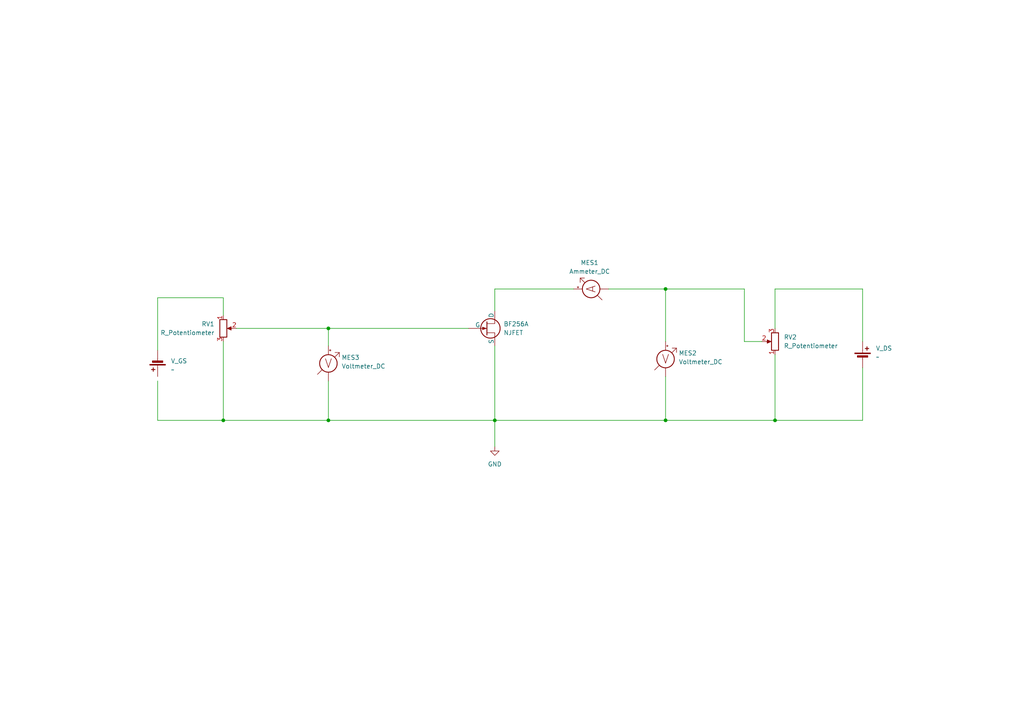
<source format=kicad_sch>
(kicad_sch (version 20250114) (generator "eeschema") (generator_version "9.0")
  (paper "A4")
  (title_block (title "Common-Source JFET Output Measurement (Mainak Roy)\n") (date "2025-05-12") (rev "1.0") (company "Universität Siegen"))
  (lib_symbols
    (symbol "Device:Ammeter_DC" (pin_numbers (hide yes)) (pin_names (offset 0.0254) (hide yes))
      (property "Reference" "MES" (at -3.302 1.016 0))
      (property "Value" "Ammeter_DC" (at -3.302 -0.762 0))
      (symbol "Ammeter_DC_0_0"
        (polyline (pts (xy -3.175 -3.175) (xy -1.905 -1.905)))
        (polyline (pts (xy 1.905 3.175) (xy 3.175 3.175) (xy 3.175 1.905)))
        (polyline (pts (xy 1.905 1.905) (xy 3.175 3.175)))
        (text "A" (at 0 0 0) (effects (font (size 2.54 2.54))))
      )
      (symbol "Ammeter_DC_0_1"
        (circle (center 0 0) (radius 2.54) (stroke (width 0.254)))
        (polyline (pts (xy 0.254 3.81) (xy 0.762 3.81)))
        (polyline (pts (xy 0.508 4.064) (xy 0.508 3.556)))
      )
      (symbol "Ammeter_DC_1_1"
        (pin passive line (at 0 5.08 270) (length 2.54) (name "+") (number "2"))
        (pin passive line (at 0 -5.08 90) (length 2.54) (name "-") (number "1"))
      )
    )
    (symbol "Device:Battery_Cell" (pin_numbers (hide yes)) (pin_names (offset 0) (hide yes))
      (property "Reference" "BT" (at 2.54 2.54 0))
      (property "Value" "Battery_Cell" (at 2.54 0 0))
      (symbol "Battery_Cell_0_1"
        (rectangle (start -2.286 1.778) (end 2.286 1.524) (fill (type outline)))
        (rectangle (start -1.524 1.016) (end 1.524 0.508) (fill (type outline)))
        (polyline (pts (xy 0 1.778) (xy 0 2.54)))
        (polyline (pts (xy 0 0.762) (xy 0 0)))
        (polyline (pts (xy 0.762 3.048) (xy 1.778 3.048)) (stroke (width 0.254)))
        (polyline (pts (xy 1.27 3.556) (xy 1.27 2.54)) (stroke (width 0.254)))
      )
      (symbol "Battery_Cell_1_1"
        (pin passive line (at 0 5.08 270) (length 2.54) (name "+") (number "1"))
        (pin passive line (at 0 -2.54 90) (length 2.54) (name "-") (number "2"))
      )
    )
    (symbol "Device:R_Potentiometer" (pin_names (offset 1.016) (hide yes))
      (property "Reference" "RV" (at -4.445 0 90))
      (property "Value" "R_Potentiometer" (at -2.54 0 90))
      (symbol "R_Potentiometer_0_1"
        (rectangle (start 1.016 2.54) (end -1.016 -2.54) (stroke (width 0.254)))
        (polyline (pts (xy 1.143 0) (xy 2.286 0.508) (xy 2.286 -0.508) (xy 1.143 0)) (fill (type outline)))
        (polyline (pts (xy 2.54 0) (xy 1.524 0)))
      )
      (symbol "R_Potentiometer_1_1"
        (pin passive line (at 0 3.81 270) (length 1.27) (name "1") (number "1"))
        (pin passive line (at 0 -3.81 90) (length 1.27) (name "3") (number "3"))
        (pin passive line (at 3.81 0 180) (length 1.27) (name "2") (number "2"))
      )
    )
    (symbol "Device:Voltmeter_DC" (pin_numbers (hide yes)) (pin_names (offset 0.0254) (hide yes))
      (property "Reference" "MES" (at -3.302 1.016 0))
      (property "Value" "Voltmeter_DC" (at -3.302 -0.762 0))
      (symbol "Voltmeter_DC_0_0"
        (polyline (pts (xy -3.175 -3.175) (xy -1.905 -1.905)))
        (polyline (pts (xy 1.905 3.175) (xy 3.175 3.175) (xy 3.175 1.905)))
        (polyline (pts (xy 1.905 1.905) (xy 3.175 3.175)))
        (text "V" (at 0 0 0) (effects (font (size 2.54 2.54))))
      )
      (symbol "Voltmeter_DC_0_1"
        (circle (center 0 0) (radius 2.54) (stroke (width 0.254)))
        (polyline (pts (xy 0.254 3.81) (xy 0.762 3.81)))
        (polyline (pts (xy 0.508 4.064) (xy 0.508 3.556)))
      )
      (symbol "Voltmeter_DC_1_1"
        (pin passive line (at 0 5.08 270) (length 2.54) (name "+") (number "2"))
        (pin passive line (at 0 -5.08 90) (length 2.54) (name "-") (number "1"))
      )
    )
    (symbol "Simulation_SPICE:NJFET" (pin_numbers (hide yes)) (pin_names (offset 0))
      (property "Reference" "Q" (at 5.08 1.27 0))
      (property "Value" "NJFET" (at 5.08 -1.27 0))
      (symbol "NJFET_0_1"
        (polyline (pts (xy 0 0) (xy -1.016 0.381) (xy -1.016 -0.381) (xy 0 0)) (fill (type outline)))
        (polyline (pts (xy 0.254 1.905) (xy 0.254 -1.905) (xy 0.254 -1.905)) (stroke (width 0.254)))
        (circle (center 1.27 0) (radius 2.8194) (stroke (width 0.254)))
        (polyline (pts (xy 2.54 2.54) (xy 2.54 1.397) (xy 0.254 1.397)))
        (polyline (pts (xy 2.54 -2.54) (xy 2.54 -1.27) (xy 0.254 -1.27)))
      )
      (symbol "NJFET_1_1"
        (pin input line (at -5.08 0 0) (length 5.334) (name "G") (number "2"))
        (pin passive line (at 2.54 5.08 270) (length 2.54) (name "D") (number "1"))
        (pin passive line (at 2.54 -5.08 90) (length 2.54) (name "S") (number "3"))
      )
    )
    (symbol "power:GND" (power) (pin_numbers (hide yes)) (pin_names (offset 0) (hide yes))
      (property "Value" "GND" (at 0 -3.81 0))
      (symbol "GND_0_1"
        (polyline (pts (xy 0 0) (xy 0 -1.27) (xy 1.27 -1.27) (xy 0 -2.54) (xy -1.27 -1.27) (xy 0 -1.27)))
      )
      (symbol "GND_1_1"
        (pin power_in line (at 0 0 270) (length 0) (name "~") (number "1"))
      )
    )
  )
  (junction (at 193.04 121.92))
  (junction (at 64.77 121.92))
  (junction (at 224.79 121.92))
  (junction (at 193.04 83.82))
  (junction (at 143.51 121.92))
  (junction (at 95.25 95.25))
  (junction (at 95.25 121.92))
  (wire (pts (xy 64.77 121.92) (xy 95.25 121.92)))
  (wire (pts (xy 193.04 109.22) (xy 193.04 121.92)))
  (wire (pts (xy 193.04 121.92) (xy 224.79 121.92)))
  (wire (pts (xy 45.72 101.6) (xy 45.72 86.36)))
  (wire (pts (xy 64.77 99.06) (xy 64.77 121.92)))
  (wire (pts (xy 95.25 121.92) (xy 95.25 110.49)))
  (wire (pts (xy 224.79 95.25) (xy 224.79 83.82)))
  (wire (pts (xy 193.04 83.82) (xy 193.04 99.06)))
  (wire (pts (xy 224.79 83.82) (xy 250.19 83.82)))
  (wire (pts (xy 45.72 110.49) (xy 45.72 121.92)))
  (wire (pts (xy 215.9 83.82) (xy 215.9 99.06)))
  (wire (pts (xy 143.51 100.33) (xy 143.51 121.92)))
  (wire (pts (xy 143.51 121.92) (xy 143.51 129.54)))
  (wire (pts (xy 95.25 121.92) (xy 143.51 121.92)))
  (wire (pts (xy 95.25 95.25) (xy 135.89 95.25)))
  (wire (pts (xy 224.79 102.87) (xy 224.79 121.92)))
  (wire (pts (xy 64.77 86.36) (xy 64.77 91.44)))
  (wire (pts (xy 45.72 86.36) (xy 64.77 86.36)))
  (wire (pts (xy 143.51 121.92) (xy 193.04 121.92)))
  (wire (pts (xy 193.04 83.82) (xy 215.9 83.82)))
  (wire (pts (xy 215.9 99.06) (xy 220.98 99.06)))
  (wire (pts (xy 224.79 121.92) (xy 250.19 121.92)))
  (wire (pts (xy 45.72 121.92) (xy 64.77 121.92)))
  (wire (pts (xy 250.19 121.92) (xy 250.19 106.68)))
  (wire (pts (xy 176.53 83.82) (xy 193.04 83.82)))
  (wire (pts (xy 95.25 95.25) (xy 95.25 100.33)))
  (wire (pts (xy 143.51 90.17) (xy 143.51 83.82)))
  (wire (pts (xy 68.58 95.25) (xy 95.25 95.25)))
  (wire (pts (xy 250.19 83.82) (xy 250.19 99.06)))
  (wire (pts (xy 143.51 83.82) (xy 166.37 83.82)))
  (symbol (lib_id "Device:R_Potentiometer") (at 64.77 95.25 0) (unit 1)
    (property "Reference" "RV1" (at 62.23 93.9799 0) (effects (justify right)))
    (property "Value" "R_Potentiometer" (at 62.23 96.5199 0) (effects (justify right)))
    (property "Description" "Potentiometer" (effects (hide yes)))
  )
  (symbol (lib_id "power:GND") (at 143.51 129.54 0) (unit 1)
    (property "Reference" "#PWR01" (effects (hide yes)))
    (property "Value" "GND" (at 143.51 134.62 0))
    (property "Description" "Power symbol creates a global label with name \"GND\" , ground" (effects (hide yes)))
  )
  (symbol (lib_id "Device:Battery_Cell") (at 45.72 104.14 180) (unit 1)
    (property "Reference" "V_GS" (at 49.53 104.7114 0) (effects (justify right)))
    (property "Value" "~" (at 49.53 107.2514 0) (effects (justify right)))
    (property "Description" "Single-cell battery" (effects (hide yes)))
  )
  (symbol (lib_id "Device:Ammeter_DC") (at 171.45 83.82 90) (unit 1)
    (property "Reference" "MES1" (at 171.0055 76.2 90))
    (property "Value" "Ammeter_DC" (at 171.0055 78.74 90))
    (property "Description" "DC ammeter" (effects (hide yes)))
  )
  (symbol (lib_id "Device:Battery_Cell") (at 250.19 104.14 0) (unit 1)
    (property "Reference" "V_DS" (at 254 101.0284 0) (effects (justify left)))
    (property "Value" "~" (at 254 103.5684 0) (effects (justify left)))
    (property "Description" "Single-cell battery" (effects (hide yes)))
  )
  (symbol (lib_id "Device:R_Potentiometer") (at 224.79 99.06 180) (unit 1)
    (property "Reference" "RV2" (at 227.33 97.7899 0) (effects (justify right)))
    (property "Value" "R_Potentiometer" (at 227.33 100.3299 0) (effects (justify right)))
    (property "Description" "Potentiometer" (effects (hide yes)))
  )
  (symbol (lib_id "Device:Voltmeter_DC") (at 193.04 104.14 0) (unit 1)
    (property "Reference" "MES2" (at 196.85 102.4254 0) (effects (justify left)))
    (property "Value" "Voltmeter_DC" (at 196.85 104.9654 0) (effects (justify left)))
    (property "Description" "DC voltmeter" (effects (hide yes)))
  )
  (symbol (lib_id "Simulation_SPICE:NJFET") (at 140.97 95.25 0) (unit 1)
    (property "Reference" "BF256A" (at 146.05 93.9799 0) (effects (justify left)))
    (property "Value" "NJFET" (at 146.05 96.5199 0) (effects (justify left)))
    (property "Datasheet" "https://ngspice.sourceforge.io/docs/ngspice-html-manual/manual.xhtml#cha_JFETs" (effects (hide yes)))
    (property "Description" "N-JFET transistor, for simulation only" (effects (hide yes)))
    (property "Sim.Device" "NJFET" (effects (hide yes)))
    (property "Sim.Type" "SHICHMANHODGES" (effects (hide yes)))
    (property "Sim.Pins" "1=D 2=G 3=S" (effects (hide yes)))
  )
  (symbol (lib_id "Device:Voltmeter_DC") (at 95.25 105.41 0) (unit 1)
    (property "Reference" "MES3" (at 99.06 103.6954 0) (effects (justify left)))
    (property "Value" "Voltmeter_DC" (at 99.06 106.2354 0) (effects (justify left)))
    (property "Description" "DC voltmeter" (effects (hide yes)))
  )
)
</source>
